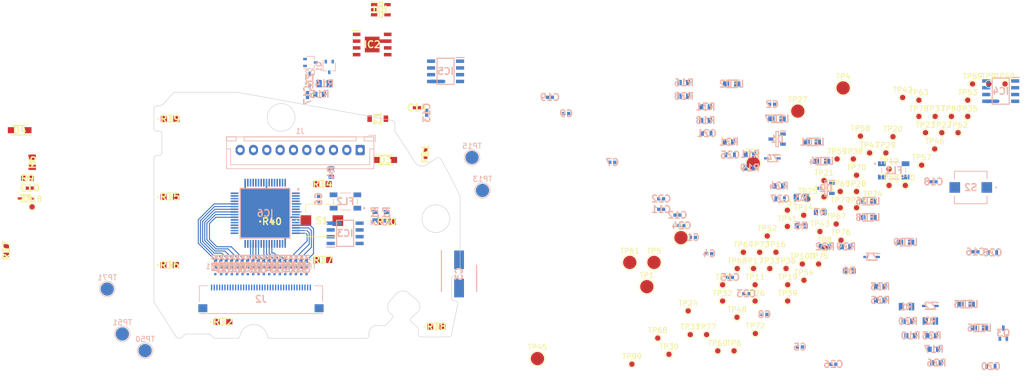
<source format=kicad_pcb>
(kicad_pcb (version 20211014) (generator pcbnew)
  (layers (0 "F.Cu" signal) (1 "In1.Cu" signal) (2 "In2.Cu" signal) (31 "B.Cu" signal) (34 "B.Paste" user) (35 "F.Paste" user) (36 "B.SilkS" user "B.Silkscreen") (37 "F.SilkS" user "F.Silkscreen") (38 "B.Mask" user) (39 "F.Mask" user) (44 "Edge.Cuts" user))
  (net 0 "")
  (net 1 "Net-(C11-Pad1)")
  (net 2 "Net-(C12-Pad2)")
  (net 3 "Net-(C1-Pad1)")
  (net 4 "Net-(C2-Pad2)")
  (net 5 "Net-(IC6-Pad45)")
  (net 6 "Net-(C20-Pad2)")
  (net 7 "Net-(IC6-Pad21)")
  (net 8 "Net-(IC6-Pad20)")
  (net 9 "+5V")
  (net 10 "+5VD")
  (net 11 "+BATT")
  (net 12 "Net-(D4-Pad1)")
  (net 13 "GND")
  (net 14 "Net-(J2-PadMP1)")
  (net 15 "Net-(IC6-Pad23)")
  (net 16 "Net-(IC6-Pad60)")
  (net 17 "Net-(IC6-Pad59)")
  (net 18 "Net-(IC6-Pad58)")
  (net 19 "Net-(C4-Pad1)")
  (net 20 "Net-(C7-Pad1)")
  (net 21 "Net-(C13-Pad2)")
  (net 22 "Net-(Q1-Pad3)")
  (net 23 "Net-(C10-Pad1)")
  (net 24 "Net-(IC3-Pad6)")
  (net 25 "Net-(IC3-Pad5)")
  (net 26 "Net-(IC3-Pad8)")
  (net 27 "Net-(IC3-Pad7)")
  (net 28 "Net-(C17-Pad1)")
  (net 29 "Net-(IC2-Pad4)")
  (net 30 "Net-(IC3-Pad3)")
  (net 31 "Net-(IC3-Pad2)")
  (net 32 "Net-(IC5-Pad1)")
  (net 33 "Net-(IC5-Pad2)")
  (net 34 "Net-(IC4-Pad4)")
  (net 35 "Net-(IC1-Pad4)")
  (net 36 "Net-(IC6-Pad6)")
  (net 37 "Net-(IC5-Pad4)")
  (net 38 "Net-(IC4-Pad2)")
  (net 39 "Net-(IC6-Pad7)")
  (net 40 "Net-(IC4-Pad3)")
  (net 41 "Net-(IC6-Pad19)")
  (net 42 "Net-(IC6-Pad2)")
  (net 43 "Net-(IC6-Pad3)")
  (net 44 "Net-(IC6-Pad4)")
  (net 45 "Net-(IC6-Pad9)")
  (net 46 "Net-(IC6-Pad12)")
  (net 47 "Net-(IC6-Pad18)")
  (net 48 "Net-(IC6-Pad64)")
  (net 49 "Net-(IC6-Pad63)")
  (net 50 "Net-(IC6-Pad62)")
  (net 51 "Net-(IC6-Pad55)")
  (net 52 "Net-(IC6-Pad54)")
  (net 53 "Net-(IC6-Pad53)")
  (net 54 "Net-(IC6-Pad52)")
  (net 55 "Net-(IC6-Pad61)")
  (net 56 "Net-(IC6-Pad51)")
  (net 57 "Net-(Q3-Pad1)")
  (net 58 "Net-(IC6-Pad32)")
  (net 59 "Net-(IC6-Pad38)")
  (net 60 "Net-(LED1-Pad1)")
  (net 61 "Net-(Q3-Pad3)")
  (net 62 "Net-(IC6-Pad37)")
  (net 63 "Net-(IC6-Pad36)")
  (net 64 "Net-(IC6-Pad31)")
  (net 65 "Net-(IC6-Pad35)")
  (net 66 "Net-(IC6-Pad46)")
  (net 67 "Net-(IC6-Pad34)")
  (net 68 "Net-(IC6-Pad33)")
  (net 69 "Net-(R31-Pad1)")
  (net 70 "Net-(LED2-Pad1)")
  (net 71 "Net-(LED3-Pad1)")
  (net 72 "Net-(LED4-Pad1)")
  (net 73 "Net-(LED5-Pad1)")
  (net 74 "Net-(LED6-Pad1)")
  (net 75 "Net-(LED7-Pad1)")
  (net 76 "Net-(LED8-Pad1)")
  (net 77 "Net-(IC6-Pad43)")
  (net 78 "Net-(IC6-Pad41)")
  (net 79 "Net-(IC6-Pad39)")
  (net 80 "Net-(IC6-Pad29)")
  (net 81 "Net-(IC6-Pad27)")
  (net 82 "Net-(IC6-Pad24)")
  (net 83 "Net-(IC6-Pad22)")
  (net 84 "Net-(IC6-Pad15)")
  (net 85 "Net-(IC6-Pad13)")
  (net 86 "Net-(IC6-Pad44)")
  (net 87 "Net-(IC6-Pad42)")
  (net 88 "Net-(IC6-Pad40)")
  (net 89 "Net-(IC6-Pad30)")
  (net 90 "Net-(IC6-Pad28)")
  (net 91 "Net-(IC6-Pad25)")
  (net 92 "Net-(IC6-Pad16)")
  (net 93 "Net-(IC6-Pad14)")
  (net 94 "Net-(LED9-Pad1)")
  (net 95 "Net-(J2-Pad34)")
  (net 96 "Net-(J2-Pad30)")
  (net 97 "Net-(J2-Pad26)")
  (net 98 "Net-(J2-Pad22)")
  (net 99 "Net-(J2-Pad18)")
  (net 100 "Net-(J2-Pad14)")
  (net 101 "Net-(J2-Pad10)")
  (net 102 "Net-(J2-Pad6)")
  (net 103 "Net-(J2-Pad2)")
  (net 104 "Net-(J2-Pad36)")
  (net 105 "Net-(J2-Pad32)")
  (net 106 "Net-(J2-Pad28)")
  (net 107 "Net-(J2-Pad24)")
  (net 108 "Net-(J2-Pad20)")
  (net 109 "Net-(J2-Pad16)")
  (net 110 "Net-(J2-Pad12)")
  (net 111 "Net-(J2-Pad8)")
  (net 112 "Net-(J2-Pad4)")
  (net 113 "Net-(J2-PadMP2)")
  (net 114 "Net-(Q1-Pad1)")
  (net 115 "Net-(D3-Pad2)")
  (net 116 "Net-(D4-Pad2)")
  (net 119 "Net-(C19-Pad1)")
  (net 120 "Net-(C15-Pad1)")
  (net 121 "Net-(IC4-Pad1)")
  (net 122 "Net-(D3-Pad1)")
  (net 125 "Net-(C8-Pad2)")
  (net 126 "Net-(J1-Pad7)")
  (net 127 "Net-(J1-Pad5)")
  (net 128 "Net-(J1-Pad6)")
  (footprint "SamacSys_Parts:SODFL3918X140N" (layer "F.Cu") (at 93.69 88.28 180)
    (fp_text reference "D4")
    (fp_text value "M1F60-6063" hide)
  )
  (footprint "TestPoint:TestPoint_Pad_D1.0mm" (layer "F.Cu") (at 271.4 85.7)
    (fp_text reference "TP35")
    (fp_text value "TestPoint")
  )
  (footprint "TestPoint:TestPoint_Pad_D2.5mm" (layer "F.Cu") (at 208.05 113.1)
    (fp_text reference "TP61")
    (fp_text value "TestPoint")
  )
  (footprint "SamacSys_Parts:KDZVTR36B" (layer "F.Cu") (at 160.814994 86.125 90)
    (fp_text reference "Z1")
    (fp_text value "KDZVTR36B" hide)
  )
  (footprint "TestPoint:TestPoint_Pad_D1.0mm" (layer "F.Cu") (at 213.3 127.3)
    (fp_text reference "TP68")
    (fp_text value "TestPoint")
  )
  (footprint "TestPoint:TestPoint_Pad_D1.0mm" (layer "F.Cu") (at 250.56 102.84)
    (fp_text reference "TP49")
    (fp_text value "TestPoint")
  )
  (footprint "TestPoint:TestPoint_Pad_D1.0mm" (layer "F.Cu") (at 266.54 88.75)
    (fp_text reference "TP22")
    (fp_text value "TestPoint")
  )
  (footprint "TestPoint:TestPoint_Pad_D1.0mm" (layer "F.Cu") (at 262.76 94.85)
    (fp_text reference "TP57")
    (fp_text value "TestPoint")
  )
  (footprint "TestPoint:TestPoint_Pad_D1.0mm" (layer "F.Cu") (at 257.39 89.5)
    (fp_text reference "TP20")
    (fp_text value "TestPoint")
  )
  (footprint "TestPoint:TestPoint_Pad_D1.0mm" (layer "F.Cu") (at 228.15 123.4)
    (fp_text reference "TP48")
    (fp_text value "TestPoint")
  )
  (footprint "SamacSys_Parts:RESC2012X65N" (layer "F.Cu") (at 96.03 94.3 -90)
    (fp_text reference "R6")
    (fp_text value "RMC1/10K683FTP83" hide)
  )
  (footprint "TestPoint:TestPoint_Pad_D1.0mm" (layer "F.Cu") (at 265.21 91.8)
    (fp_text reference "TP46")
    (fp_text value "TestPoint")
  )
  (footprint "SamacSys_Parts:ERJ6ENF1000V" (layer "F.Cu") (at 140.975 105.42)
    (fp_text reference "R40")
    (fp_text value "ERJ-6ENF1502V" hide)
  )
  (footprint "TestPoint:TestPoint_Pad_D1.0mm" (layer "F.Cu") (at 237.35 114.24)
    (fp_text reference "TP36")
    (fp_text value "TestPoint")
  )
  (footprint "TestPoint:TestPoint_Pad_D1.0mm" (layer "F.Cu") (at 233.82 108.14)
    (fp_text reference "TP52")
    (fp_text value "TestPoint")
  )
  (footprint "SamacSys_Parts:SODFL3918X140N" (layer "F.Cu") (at 162.219994 93.87)
    (fp_text reference "D3")
    (fp_text value "M1F60-6063" hide)
  )
  (footprint "TestPoint:TestPoint_Pad_D1.0mm" (layer "F.Cu") (at 272.3 79.6)
    (fp_text reference "TP69")
    (fp_text value "TestPoint")
  )
  (footprint "TestPoint:TestPoint_Pad_D1.0mm" (layer "F.Cu") (at 240.7 116.45)
    (fp_text reference "TP54")
    (fp_text value "TestPoint")
  )
  (footprint "TestPoint:TestPoint_Pad_D1.0mm" (layer "F.Cu") (at 243.45 113.4)
    (fp_text reference "TP75")
    (fp_text value "TestPoint")
  )
  (footprint "TestPoint:TestPoint_Pad_D1.0mm" (layer "F.Cu") (at 269.59 88.75)
    (fp_text reference "TP62")
    (fp_text value "TestPoint")
  )
  (footprint "TestPoint:TestPoint_Pad_D1.0mm" (layer "F.Cu") (at 228.2 114.25)
    (fp_text reference "TP66")
    (fp_text value "TestPoint")
  )
  (footprint "TestPoint:TestPoint_Pad_D1.0mm" (layer "F.Cu") (at 224.55 129.7)
    (fp_text reference "TP60")
    (fp_text value "TestPoint")
  )
  (footprint "TestPoint:TestPoint_Pad_D1.0mm" (layer "F.Cu") (at 225.45 117.3)
    (fp_text reference "TP7")
    (fp_text value "TestPoint")
  )
  (footprint "TestPoint:TestPoint_Pad_D1.0mm" (layer "F.Cu") (at 96.02 102.67)
    (fp_text reference "TP18")
    (fp_text value "TestPoint")
  )
  (footprint "TestPoint:TestPoint_Pad_D1.0mm" (layer "F.Cu") (at 244.6 110.35)
    (fp_text reference "TP8")
    (fp_text value "TestPoint")
  )
  (footprint "TestPoint:TestPoint_Pad_D1.0mm" (layer "F.Cu") (at 278.4 79.6)
    (fp_text reference "TP40")
    (fp_text value "TestPoint")
  )
  (footprint "SamacSys_Parts:ERJ6ENF1000V" (layer "F.Cu") (at 171.805 125.16)
    (fp_text reference "R38")
    (fp_text value "ERJ-6ENF1502V" hide)
  )
  (footprint "TestPoint:TestPoint_Pad_D1.0mm" (layer "F.Cu") (at 227.6 129.7)
    (fp_text reference "TP6")
    (fp_text value "TestPoint")
  )
  (footprint "TestPoint:TestPoint_Pad_D1.0mm" (layer "F.Cu") (at 265.3 85.7)
    (fp_text reference "TP37")
    (fp_text value "TestPoint")
  )
  (footprint "TestPoint:TestPoint_Pad_D1.0mm" (layer "F.Cu") (at 247.51 102.84)
    (fp_text reference "TP79")
    (fp_text value "TestPoint")
  )
  (footprint "TestPoint:TestPoint_Pad_D1.0mm" (layer "F.Cu") (at 275.35 79.6)
    (fp_text reference "TP9")
    (fp_text value "TestPoint")
  )
  (footprint "SamacSys_Parts:SOIC127P620X160-9N" (layer "F.Cu") (at 159.765004 72.199996)
    (fp_text reference "IC2")
    (fp_text value "R5112S121B-E2-KE" hide)
  )
  (footprint "TestPoint:TestPoint_Pad_D1.0mm" (layer "F.Cu") (at 219 122.2)
    (fp_text reference "TP24")
    (fp_text value "TestPoint")
  )
  (footprint "SamacSys_Parts:ERJ6ENF1000V" (layer "F.Cu") (at 131.805 124.26)
    (fp_text reference "R32")
    (fp_text value "ERJ-6ENF1502V" hide)
  )
  (footprint "TestPoint:TestPoint_Pad_D1.0mm" (layer "F.Cu") (at 234.3 114.25)
    (fp_text reference "TP33")
    (fp_text value "TestPoint")
  )
  (footprint "TestPoint:TestPoint_Pad_D1.0mm" (layer "F.Cu") (at 262.25 82.65)
    (fp_text reference "TP63")
    (fp_text value "TestPoint")
  )
  (footprint "TestPoint:TestPoint_Pad_D1.0mm" (layer "F.Cu") (at 262.25 85.7)
    (fp_text reference "TP78")
    (fp_text value "TestPoint")
  )
  (footprint "SamacSys_Parts:SODFL2512X90N" (layer "F.Cu") (at 94.88 101.095 180)
    (fp_text reference "Z5")
    (fp_text value "UDZVFHTE5.6B" hide)
  )
  (footprint "TestPoint:TestPoint_Pad_D1.0mm" (layer "F.Cu") (at 253.61 101.7)
    (fp_text reference "TP74")
    (fp_text value "TestPoint")
  )
  (footprint "TestPoint:TestPoint_Pad_D2.5mm" (layer "F.Cu") (at 190.75 131.15)
    (fp_text reference "TP45")
    (fp_text value "TestPoint")
  )
  (footprint "TestPoint:TestPoint_Pad_D2.5mm" (layer "F.Cu") (at 211.25 117.65)
    (fp_text reference "TP1")
    (fp_text value "TestPoint")
  )
  (footprint "TestPoint:TestPoint_Pad_D1.0mm" (layer "F.Cu") (at 243.7 107.3)
    (fp_text reference "TP43")
    (fp_text value "TestPoint")
  )
  (footprint "TestPoint:TestPoint_Pad_D1.0mm" (layer "F.Cu") (at 235.45 111.19)
    (fp_text reference "TP16")
    (fp_text value "TestPoint")
  )
  (footprint "TestPoint:TestPoint_Pad_D1.0mm" (layer "F.Cu") (at 231.25 114.25)
    (fp_text reference "TP17")
    (fp_text value "TestPoint")
  )
  (footprint "TestPoint:TestPoint_Pad_D1.0mm" (layer "F.Cu") (at 219.4 126.65)
    (fp_text reference "TP31")
    (fp_text value "TestPoint")
  )
  (footprint "TestPoint:TestPoint_Pad_D1.0mm" (layer "F.Cu") (at 271.4 82.65)
    (fp_text reference "TP53")
    (fp_text value "TestPoint")
  )
  (footprint "TestPoint:TestPoint_Pad_D1.0mm" (layer "F.Cu") (at 263.49 88.75)
    (fp_text reference "TP23")
    (fp_text value "TestPoint")
  )
  (footprint "SamacSys_Parts:CAPC1005X55N" (layer "F.Cu") (at 95.59 99.15 180)
    (fp_text reference "C10")
    (fp_text value "GRM155R71C104KA88D" hide)
  )
  (footprint "TestPoint:TestPoint_Pad_D1.0mm" (layer "F.Cu") (at 250.56 99.79)
    (fp_text reference "TP28")
    (fp_text value "TestPoint")
  )
  (footprint "TestPoint:TestPoint_Pad_D1.0mm" (layer "F.Cu") (at 237.6 103.3)
    (fp_text reference "TP34")
    (fp_text value "TestPoint")
  )
  (footprint "TestPoint:TestPoint_Pad_D1.0mm" (layer "F.Cu") (at 225.45 120.35)
    (fp_text reference "TP32")
    (fp_text value "TestPoint")
  )
  (footprint "SamacSys_Parts:BLM18EG121SH1D" (layer "F.Cu") (at 169.764994 92.7 -90)
    (fp_text reference "FB1")
    (fp_text value "BLM18KG601SZ1D" hide)
  )
  (footprint "SamacSys_Parts:ERJ6ENF1000V" (layer "F.Cu") (at 121.795 113.61)
    (fp_text reference "R36")
    (fp_text value "ERJ-6ENF1502V" hide)
  )
  (footprint "TestPoint:TestPoint_Pad_D1.0mm" (layer "F.Cu") (at 251.29 89.4)
    (fp_text reference "TP58")
    (fp_text value "TestPoint")
  )
  (footprint "TestPoint:TestPoint_Pad_D1.0mm" (layer "F.Cu") (at 247.51 99.79)
    (fp_text reference "TP65")
    (fp_text value "TestPoint")
  )
  (footprint "TestPoint:TestPoint_Pad_D1.0mm" (layer "F.Cu") (at 237.6 106.35)
    (fp_text reference "TP41")
    (fp_text value "TestPoint")
  )
  (footprint "TestPoint:TestPoint_Pad_D1.0mm" (layer "F.Cu") (at 256.06 92.55)
    (fp_text reference "TP29")
    (fp_text value "TestPoint")
  )
  (footprint "SamacSys_Parts:ERJ6ENF1000V" (layer "F.Cu") (at 121.895 86.18)
    (fp_text reference "R39")
    (fp_text value "ERJ-6ENF1502V" hide)
  )
  (footprint "TestPoint:TestPoint_Pad_D1.0mm" (layer "F.Cu") (at 237.65 120.34)
    (fp_text reference "TP39")
    (fp_text value "TestPoint")
  )
  (footprint "SamacSys_Parts:CAPC1005X55N" (layer "F.Cu") (at 168.15 84.06)
    (fp_text reference "C14")
    (fp_text value "GCM155R71H104KE02D" hide)
  )
  (footprint "TestPoint:TestPoint_Pad_D1.0mm" (layer "F.Cu") (at 208.45 132.2)
    (fp_text reference "TP99")
    (fp_text value "TestPoint")
  )
  (footprint "SamacSys_Parts:SOT95P275X130-5N" (layer "F.Cu") (at 161.39 65.67)
    (fp_text reference "IC1")
    (fp_text value "S-19212D50A-M5T1U" hide)
  )
  (footprint "TestPoint:TestPoint_Pad_D1.0mm" (layer "F.Cu") (at 215.4 130.35)
    (fp_text reference "TP30")
    (fp_text value "TestPoint")
  )
  (footprint "TestPoint:TestPoint_Pad_D1.0mm" (layer "F.Cu") (at 244.46 97.74)
    (fp_text reference "TP21")
    (fp_text value "TestPoint")
  )
  (footprint "TestPoint:TestPoint_Pad_D1.0mm" (layer "F.Cu") (at 231.55 120.35)
    (fp_text reference "TP26")
    (fp_text value "TestPoint")
  )
  (footprint "TestPoint:TestPoint_Pad_D1.0mm" (layer "F.Cu") (at 246.91 93.69)
    (fp_text reference "TP59")
    (fp_text value "TestPoint")
  )
  (footprint "TestPoint:TestPoint_Pad_D2.5mm" (layer "F.Cu") (at 248.05 80.35)
    (fp_text reference "TP4")
    (fp_text value "TestPoint")
  )
  (footprint "TestPoint:TestPoint_Pad_D2.5mm" (layer "F.Cu") (at 231.2 94.5)
    (fp_text reference "TP3")
    (fp_text value "TestPoint")
  )
  (footprint "TestPoint:TestPoint_Pad_D1.0mm" (layer "F.Cu") (at 222.45 126.65)
    (fp_text reference "TP77")
    (fp_text value "TestPoint")
  )
  (footprint "TestPoint:TestPoint_Pad_D1.0mm" (layer "F.Cu") (at 232.4 111.2)
    (fp_text reference "TP73")
    (fp_text value "TestPoint")
  )
  (footprint "TestPoint:TestPoint_Pad_D1.0mm" (layer "F.Cu") (at 247.65 108.94)
    (fp_text reference "TP76")
    (fp_text value "TestPoint")
  )
  (footprint "TestPoint:TestPoint_Pad_D1.0mm" (layer "F.Cu") (at 256.66 98.65)
    (fp_text reference "TP56")
    (fp_text value "TestPoint")
  )
  (footprint "SamacSys_Parts:ERJ6ENF1000V" (layer "F.Cu") (at 121.845 100.79)
    (fp_text reference "R35")
    (fp_text value "ERJ-6ENF1502V" hide)
  )
  (footprint "TestPoint:TestPoint_Pad_D1.0mm" (layer "F.Cu") (at 249.96 93.69)
    (fp_text reference "TP38")
    (fp_text value "TestPoint")
  )
  (footprint "SamacSys_Parts:ERJ6ENF1000V" (layer "F.Cu") (at 150.435 98.4)
    (fp_text reference "R34")
    (fp_text value "ERJ-6ENF1502V" hide)
  )
  (footprint "TestPoint:TestPoint_Pad_D2.5mm" (layer "F.Cu") (at 217.65 108.45)
    (fp_text reference "TP2")
    (fp_text value "TestPoint")
  )
  (footprint "TestPoint:TestPoint_Pad_D1.0mm" (layer "F.Cu") (at 229.35 111.2)
    (fp_text reference "TP64")
    (fp_text value "TestPoint")
  )
  (footprint "TestPoint:TestPoint_Pad_D1.0mm" (layer "F.Cu") (at 259.71 98.65)
    (fp_text reference "TP10")
    (fp_text value "TestPoint")
  )
  (footprint "SamacSys_Parts:ERJ6ENF1000V" (layer "F.Cu") (at 162.465 105.48)
    (fp_text reference "R30")
    (fp_text value "ERJ-6ENF1502V" hide)
  )
  (footprint "TestPoint:TestPoint_Pad_D1.0mm" (layer "F.Cu") (at 253.01 92.55)
    (fp_text reference "TP47")
    (fp_text value "TestPoint")
  )
  (footprint "TestPoint:TestPoint_Pad_D1.0mm" (layer "F.Cu") (at 231.6 126.45)
    (fp_text reference "TP72")
    (fp_text value "TestPoint")
  )
  (footprint "SamacSys_Parts:RESC1608X55N" (layer "F.Cu") (at 91.19 110.87 -90)
    (fp_text reference "R27")
    (fp_text value "RMC16K270FTP" hide)
  )
  (footprint "TestPoint:TestPoint_Pad_D1.0mm" (layer "F.Cu") (at 268.35 85.7)
    (fp_text reference "TP80")
    (fp_text value "TestPoint")
  )
  (footprint "TestPoint:TestPoint_Pad_D2.5mm" (layer "F.Cu") (at 212.6 113.1)
    (fp_text reference "TP5")
    (fp_text value "TestPoint")
  )
  (footprint "TestPoint:TestPoint_Pad_D1.0mm" (layer "F.Cu") (at 237.65 117.29)
    (fp_text reference "TP19")
    (fp_text value "TestPoint")
  )
  (footprint "TestPoint:TestPoint_Pad_D1.0mm" (layer "F.Cu") (at 250.56 96.74)
    (fp_text reference "TP70")
    (fp_text value "TestPoint")
  )
  (footprint "TestPoint:TestPoint_Pad_D1.0mm" (layer "F.Cu") (at 244.46 100.79)
    (fp_text reference "TP55")
    (fp_text value "TestPoint")
  )
  (footprint "SamacSys_Parts:ERJ6ENF1000V" (layer "F.Cu") (at 150.535 112.65)
    (fp_text reference "R37")
    (fp_text value "ERJ-6ENF1502V" hide)
  )
  (footprint "SamacSys_Parts:SKTRAEE010" (layer "F.Cu") (at 150.335 105.255)
    (fp_text reference "S1")
    (fp_text value "SKTRAEE010" hide)
  )
  (footprint "TestPoint:TestPoint_Pad_D1.0mm" (layer "F.Cu") (at 246.75 105.89)
    (fp_text reference "TP67")
    (fp_text value "TestPoint")
  )
  (footprint "TestPoint:TestPoint_Pad_D1.0mm" (layer "F.Cu") (at 259.2 82.15)
    (fp_text reference "TP42")
    (fp_text value "TestPoint")
  )
  (footprint "TestPoint:TestPoint_Pad_D1.0mm" (layer "F.Cu") (at 240.65 104.25)
    (fp_text reference "TP14")
    (fp_text value "TestPoint")
  )
  (footprint "TestPoint:TestPoint_Pad_D1.0mm" (layer "F.Cu") (at 256.66 95.6)
    (fp_text reference "TP12")
    (fp_text value "TestPoint")
  )
  (footprint "TestPoint:TestPoint_Pad_D2.5mm" (layer "F.Cu") (at 239.55 84.7)
    (fp_text reference "TP27")
    (fp_text value "TestPoint")
  )
  (footprint "TestPoint:TestPoint_Pad_D1.0mm" (layer "F.Cu") (at 241.41 101.2)
    (fp_text reference "TP25")
    (fp_text value "TestPoint")
  )
  (footprint "SamacSys_Parts:RESC1608X55N" (layer "F.Cu") (at 95.16 97.32)
    (fp_text reference "R9")
    (fp_text value "RMC1/16SK103FTH43" hide)
  )
  (footprint "TestPoint:TestPoint_Pad_D1.0mm" (layer "F.Cu") (at 231.55 117.3)
    (fp_text reference "TP11")
    (fp_text value "TestPoint")
  )
  (footprint "TestPoint:TestPoint_Pad_D1.0mm" (layer "F.Cu") (at 240.4 113.4)
    (fp_text reference "TP100")
    (fp_text value "TestPoint")
  )
  (footprint "SamacSys_Parts:CAPC1005X55N" (layer "B.Cu") (at 246.218334 132.21 180)
    (fp_text reference "C26")
    (fp_text value "GCM155R71H104KE02D" hide)
  )
  (footprint "SamacSys_Parts:TestPoint_Pad_D0.5mm" (layer "B.Cu") (at 135.46 115.3 180)
    (fp_text reference "TP86")
    (fp_text value "TestPoint")
  )
  (footprint "SamacSys_Parts:RESC1005X40N" (layer "B.Cu") (at 135.415 113.35 -90)
    (fp_text reference "R46")
    (fp_text value "ERJ-2GEJ561X" hide)
  )
  (footprint "SamacSys_Parts:CAPC1005X55N" (layer "B.Cu") (at 169.979994 85.01 90)
    (fp_text reference "C13")
    (fp_text value "GCM155R71H104KE02D" hide)
  )
  (footprint "SamacSys_Parts:TestPoint_Pad_D0.5mm" (layer "B.Cu") (at 137.46 115.3 180)
    (fp_text reference "TP88")
    (fp_text value "TestPoint")
  )
  (footprint "SamacSys_Parts:CAPC1005X55N" (layer "B.Cu") (at 234.738334 83.41 180)
    (fp_text reference "C2")
    (fp_text value "GCM155R71H104KE02D" hide)
  )
  (footprint "SamacSys_Parts:RESC1608X55N" (layer "B.Cu") (at 260.198334 124.15 180)
    (fp_text reference "R20")
    (fp_text value "RMC16K102FTP" hide)
  )
  (footprint "SamacSys_Parts:RESC1608X55N" (layer "B.Cu") (at 254.998334 120.2 180)
    (fp_text reference "R25")
    (fp_text value "RMC16K270FTP" hide)
  )
  (footprint "SamacSys_Parts:CAPC1005X55N" (layer "B.Cu") (at 229.888334 118.96 180)
    (fp_text reference "C23")
    (fp_text value "GCM155R71H104KE02D" hide)
  )
  (footprint "SamacSys_Parts:SSM3K7002CFULF" (layer "B.Cu") (at 278.073334 126.375 180)
    (fp_text reference "Q3")
    (fp_text value "SSM3K7002KFU,LF" hide)
  )
  (footprint "SamacSys_Parts:CAPC1005X55N" (layer "B.Cu") (at 219.888334 108.4 180)
    (fp_text reference "C1")
    (fp_text value "GCM155R71H104KE02D" hide)
  )
  (footprint "SamacSys_Parts:RESC1005X40N" (layer "B.Cu") (at 134.415 113.35 -90)
    (fp_text reference "R45")
    (fp_text value "ERJ-2GEJ561X" hide)
  )
  (footprint "SamacSys_Parts:RESC2012X65N" (layer "B.Cu") (at 264.398334 124.1 180)
    (fp_text reference "R2")
    (fp_text value "RMC1/10K683FTP83" hide)
  )
  (footprint "SamacSys_Parts:LEDM2214X140N" (layer "B.Cu") (at 271.098334 120.95 180)
    (fp_text reference "LED3")
    (fp_text value "VLMR233T2V2-GS08" hide)
  )
  (footprint "SamacSys_Parts:RESC1608X55N" (layer "B.Cu") (at 244.648334 110.15 180)
    (fp_text reference "R22")
    (fp_text value "RMC16K270FTP" hide)
  )
  (footprint "SamacSys_Parts:CAPC1005X55N" (layer "B.Cu") (at 226.838334 115.91 180)
    (fp_text reference "C15")
    (fp_text value "GCM155R71H104KE02D" hide)
  )
  (footprint "SamacSys_Parts:CAPC1005X55N" (layer "B.Cu") (at 196.138334 85.16 180)
    (fp_text reference "C9")
    (fp_text value "GCM155R71H104KE02D" hide)
  )
  (footprint "SamacSys_Parts:SOIC127P600X175-8N" (layer "B.Cu") (at 277.583334 80.95 180)
    (fp_text reference "IC4")
    (fp_text value "SN65LBC176QDRG4Q1" hide)
  )
  (footprint "SamacSys_Parts:SOIC127P600X175-8N" (layer "B.Cu") (at 173.525 77.23 180)
    (fp_text reference "IC5")
    (fp_text value "SN65LBC176QDRG4Q1" hide)
  )
  (footprint "SamacSys_Parts:LEDM2214X140N" (layer "B.Cu") (at 259.748334 109.3 180)
    (fp_text reference "LED9")
    (fp_text value "VLMR233T2V2-GS08" hide)
  )
  (footprint "TestPoint:TestPoint_Pad_D2.5mm" (layer "B.Cu") (at 117.2 129.66 180)
    (fp_text reference "TP50")
    (fp_text value "TestPoint")
  )
  (footprint "SamacSys_Parts:RESC1608X55N" (layer "B.Cu") (at 264.648334 126.85 180)
    (fp_text reference "R23")
    (fp_text value "RMC16K270FTP" hide)
  )
  (footprint "SamacSys_Parts:RESC1005X40N" (layer "B.Cu") (at 136.415 113.35 -90)
    (fp_text reference "R47")
    (fp_text value "ERJ-2GEJ561X" hide)
  )
  (footprint "SamacSys_Parts:LEDM2214X140N" (layer "B.Cu") (at 227.148334 79.6 180)
    (fp_text reference "LED2")
    (fp_text value "VLMR233T2V2-GS08" hide)
  )
  (footprint "SamacSys_Parts:RESC1608X55N" (layer "B.Cu") (at 222.248334 83.9 180)
    (fp_text reference "R31")
    (fp_text value "RMC1/16SK103FTH43" hide)
  )
  (footprint "SamacSys_Parts:CAPC1608X90N" (layer "B.Cu") (at 226.858334 92.92 180)
    (fp_text reference "C25")
    (fp_text value "CGA3E2X5R1A105M080AA" hide)
  )
  (footprint "SamacSys_Parts:RESC1608X55N" (layer "B.Cu") (at 218.198334 79.35 180)
    (fp_text reference "R16")
    (fp_text value "RMC16K270FTP" hide)
  )
  (footprint "SamacSys_Parts:TestPoint_Pad_D0.5mm" (layer "B.Cu") (at 147.46 115.3 180)
    (fp_text reference "TP97")
    (fp_text value "TestPoint")
  )
  (footprint "SamacSys_Parts:RESC1608X55N" (layer "B.Cu") (at 249.198334 114.7 180)
    (fp_text reference "R8")
    (fp_text value "RMC1/16SK60R4FTH" hide)
  )
  (footprint "TestPoint:TestPoint_Pad_D2.5mm" (layer "B.Cu") (at 110.1 118.1 180)
    (fp_text reference "TP71")
    (fp_text value "TestPoint")
  )
  (footprint "SamacSys_Parts:CAPC1005X55N" (layer "B.Cu") (at 272.848334 111.11 180)
    (fp_text reference "C16")
    (fp_text value "GCM155R71H104KE02D" hide)
  )
  (footprint "SamacSys_Parts:RESC1005X40N" (layer "B.Cu") (at 144.415 113.35 -90)
    (fp_text reference "R55")
    (fp_text value "ERJ-2GEJ561X" hide)
  )
  (footprint "SamacSys_Parts:TestPoint_Pad_D0.5mm" (layer "B.Cu") (at 140.46 115.3 180)
    (fp_text reference "TP91")
    (fp_text value "TestPoint")
  )
  (footprint "SamacSys_Parts:RESC1608X55N" (layer "B.Cu") (at 160.31 104.42 -90)
    (fp_text reference "R13")
    (fp_text value "RMC16K270FTP" hide)
  )
  (footprint "SamacSys_Parts:DLW43SH110XK2K" (layer "B.Cu") (at 154.753334 101.665)
    (fp_text reference "FL2")
    (fp_text value "DLW43SH510XK2L" hide)
  )
  (footprint "SamacSys_Parts:SOT95P230X110-3N" (layer "B.Cu") (at 244.833334 99.2 180)
    (fp_text reference "D2")
    (fp_text value "PESD5V0L2BT,215" hide)
  )
  (footprint "SamacSys_Parts:CAPC1608X90N" (layer "B.Cu") (at 275.728334 132.62 180)
    (fp_text reference "C20")
    (fp_text value "CL10B104JB8NNNC" hide)
  )
  (footprint "SamacSys_Parts:RESC1608X55N" (layer "B.Cu") (at 265.048334 129.4 180)
    (fp_text reference "R17")
    (fp_text value "RMC16K270FTP" hide)
  )
  (footprint "SamacSys_Parts:RESC1608X55N" (layer "B.Cu") (at 248.598334 110.15 180)
    (fp_text reference "R29")
    (fp_text value "RMC1/16SK103FTH43" hide)
  )
  (footprint "SamacSys_Parts:LEDM2214X140N" (layer "B.Cu") (at 252.698334 104.65 180)
    (fp_text reference "LED8")
    (fp_text value "VLMR233T2V2-GS08" hide)
  )
  (footprint "SamacSys_Parts:CAPC1005X55N" (layer "B.Cu") (at 193.088334 82.11 180)
    (fp_text reference "C19")
    (fp_text value "GCM155L81E103KA37D" hide)
  )
  (footprint "SamacSys_Parts:RESC1005X40N" (layer "B.Cu") (at 132.415 113.35 -90)
    (fp_text reference "R43")
    (fp_text value "ERJ-2GEJ561X" hide)
  )
  (footprint "SamacSys_Parts:TestPoint_Pad_D0.5mm" (layer "B.Cu") (at 143.46 115.3 180)
    (fp_text reference "TP94")
    (fp_text value "TestPoint")
  )
  (footprint "SamacSys_Parts:CAPC1608X90N" (layer "B.Cu") (at 236.238334 101.17 180)
    (fp_text reference "C27")
    (fp_text value "CGA3E2X5R1A105M080AA" hide)
  )
  (footprint "TestPoint:TestPoint_Pad_D2.5mm" (layer "B.Cu") (at 178.48 93.4 180)
    (fp_text reference "TP15")
    (fp_text value "TestPoint")
  )
  (footprint "SamacSys_Parts:LEDM2214X140N" (layer "B.Cu") (at 243.998334 94.1 180)
    (fp_text reference "LED4")
    (fp_text value "VLMR233T2V2-GS08" hide)
  )
  (footprint "SamacSys_Parts:TestPoint_Pad_D0.5mm" (layer "B.Cu") (at 131.46 115.3 180)
    (fp_text reference "TP82")
    (fp_text value "TestPoint")
  )
  (footprint "SamacSys_Parts:QFP50P1200X1200X160-64N" (layer "B.Cu") (at 139.71 103.87 180)
    (fp_text reference "IC6")
    (fp_text value "CY8C4146AZI-S455" hide)
  )
  (footprint "SamacSys_Parts:RESC1005X40N" (layer "B.Cu") (at 133.415 113.35 -90)
    (fp_text reference "R44")
    (fp_text value "ERJ-2GEJ561X" hide)
  )
  (footprint "SamacSys_Parts:SODFL2512X90N" (layer "B.Cu") (at 148.03 78.845 90)
    (fp_text reference "Z6")
    (fp_text value "UDZVFHTE5.6B" hide)
  )
  (footprint "SamacSys_Parts:RESC1608X55N" (layer "B.Cu") (at 254.998334 117.65 180)
    (fp_text reference "R33")
    (fp_text value "RMC1/16SK103FTH43" hide)
  )
  (footprint "SamacSys_Parts:CAPC1005X55N" (layer "B.Cu") (at 233.288334 122.86 180)
    (fp_text reference "C8")
    (fp_text value "GCM155R71H104KE02D" hide)
  )
  (footprint "SamacSys_Parts:SODFL2512X90N" (layer "B.Cu") (at 264.388334 121.275 180)
    (fp_text reference "Z2")
    (fp_text value "UDZVFHTE5.6B" hide)
  )
  (footprint "Package_TO_SOT_SMD:SOT-323_SC-70" (layer "B.Cu") (at 151.72 76.41 -90)
    (fp_text reference "Q1")
    (fp_text value "BC807W")
  )
  (footprint "SamacSys_Parts:RESC2012X65N" (layer "B.Cu") (at 150.77 79.54 180)
    (fp_text reference "R14")
    (fp_text value "RMC1/10K683FTP83" hide)
  )
  (footprint "SamacSys_Parts:TestPoint_Pad_D0.5mm" (layer "B.Cu") (at 130.36 115.3 180)
    (fp_text reference "TP81")
    (fp_text value "TestPoint")
  )
  (footprint "SamacSys_Parts:CAPC1608X90N" (layer "B.Cu") (at 276.028334 111.27 180)
    (fp_text reference "C28")
    (fp_text value "CGA3E2X5R1A105M080AA" hide)
  )
  (footprint "SamacSys_Parts:SOT95P230X110-3N" (layer "B.Cu") (at 235.673334 89.95 180)
    (fp_text reference "D1")
    (fp_text value "PESD5V0L2BT,215" hide)
  )
  (footprint "SamacSys_Parts:TestPoint_Pad_D0.5mm" (layer "B.Cu") (at 139.46 115.3 180)
    (fp_text reference "TP90")
    (fp_text value "TestPoint")
  )
  (footprint "SamacSys_Parts:XF2M38151AR100" (layer "B.Cu") (at 138.919994 120.1 180)
    (fp_text reference "J2")
    (fp_text value "XF2M-3815-1A-R100" hide)
  )
  (footprint "SamacSys_Parts:RESC2012X65N" (layer "B.Cu") (at 240.208334 100.95 180)
    (fp_text reference "R3")
    (fp_text value "RMC1/10K683FTP83" hide)
  )
  (footprint "SamacSys_Parts:RESC1608X55N" (layer "B.Cu") (at 162.468334 104.45 -90)
    (fp_text reference "R12")
    (fp_text value "RMC16K270FTP" hide)
  )
  (footprint "SamacSys_Parts:TestPoint_Pad_D0.5mm" (layer "B.Cu") (at 142.46 115.3 180)
    (fp_text reference "TP93")
    (fp_text value "TestPoint")
  )
  (footprint "SamacSys_Parts:TestPoint_Pad_D0.5mm" (layer "B.Cu") (at 145.46 115.3 180)
    (fp_text reference "TP96")
    (fp_text value "TestPoint")
  )
  (footprint "TestPoint:TestPoint_Pad_D2.5mm" (layer "B.Cu") (at 112.93 126.53 180)
    (fp_text reference "TP51")
    (fp_text value "TestPoint")
  )
  (footprint "Package_TO_SOT_SMD:SOT-323_SC-70" (layer "B.Cu") (at 148.18 75.57)
    (fp_text reference "Q2")
    (fp_text value "BC848W")
  )
  (footprint "SamacSys_Parts:RESC1005X40N" (layer "B.Cu") (at 142.415 113.35 -90)
    (fp_text reference "R53")
    (fp_text value "ERJ-2GEJ561X" hide)
  )
  (footprint "SamacSys_Parts:RESC1005X40N" (layer "B.Cu") (at 145.415 113.35 -90)
    (fp_text reference "R56")
    (fp_text value "ERJ-2GEJ561X" hide)
  )
  (footprint "SamacSys_Parts:CAPC1005X55N" (layer "B.Cu") (at 147.64 81.69 -90)
    (fp_text reference "C17")
    (fp_text value "GRM155R71C104KA88D" hide)
  )
  (footprint "SamacSys_Parts:LEDM2214X140N" (layer "B.Cu") (at 242.248334 90.5 180)
    (fp_text reference "LED1")
    (fp_text value "VLMR233T2V2-GS08" hide)
  )
  (footprint "SamacSys_Parts:SODFL2512X90N" (layer "B.Cu") (at 234.788334 93.575 180)
    (fp_text reference "Z4")
    (fp_text value "UDZVFHTE5.6B" hide)
  )
  (footprint "SamacSys_Parts:SKTRAEE010" (layer "B.Cu") (at 271.973334 99.025 180)
    (fp_text reference "S2")
    (fp_text value "SKTRAEE010" hide)
  )
  (footprint "SamacSys_Parts:LEDM2214X140N" (layer "B.Cu") (at 235.648334 86.15 180)
    (fp_text reference "LED7")
    (fp_text value "VLMR233T2V2-GS08" hide)
  )
  (footprint "SamacSys_Parts:LEDM2214X140N" (layer "B.Cu") (at 273.598334 125.4 180)
    (fp_text reference "LED5")
    (fp_text value "VLMR233T2V2-GS08" hide)
  )
  (footprint "SamacSys_Parts:CAPC1005X55N" (layer "B.Cu") (at 239.938334 128.96 180)
    (fp_text reference "C5")
    (fp_text value "GCM155R71H104KE02D" hide)
  )
  (footprint "SamacSys_Parts:RESC1005X40N" (layer "B.Cu") (at 138.415 113.35 -90)
    (fp_text reference "R49")
    (fp_text value "ERJ-2GEJ561X" hide)
  )
  (footprint "SamacSys_Parts:RESC1005X40N" (layer "B.Cu") (at 139.415 113.35 -90)
    (fp_text reference "R50")
    (fp_text value "ERJ-2GEJ561X" hide)
  )
  (footprint "SamacSys_Parts:RESC1608X55N" (layer "B.Cu") (at 222.248334 86.45 180)
    (fp_text reference "R18")
    (fp_text value "RMC16K270FTP" hide)
  )
  (footprint "SamacSys_Parts:RESC1608X55N" (layer "B.Cu") (at 265.548334 131.95 180)
    (fp_text reference "R26")
    (fp_text value "RMC16K270FTP" hide)
  )
  (footprint "SamacSys_Parts:TestPoint_Pad_D0.5mm" (layer "B.Cu") (at 132.45 115.3 180)
    (fp_text reference "TP83")
    (fp_text value "TestPoint")
  )
  (footprint "SamacSys_Parts:RESC1005X40N" (layer "B.Cu") (at 137.415 113.35 -90)
    (fp_text reference "R48")
    (fp_text value "ERJ-2GEJ561X" hide)
  )
  (footprint "SamacSys_Parts:SOIC127P600X175-8N" (layer "B.Cu") (at 154.695 107.64)
    (fp_text reference "IC3")
    (fp_text value "SN65LBC179AD" hide)
  )
  (footprint "SamacSys_Parts:TestPoint_Pad_D0.5mm" (layer "B.Cu") (at 133.46 115.3 180)
    (fp_text reference "TP84")
    (fp_text value "TestPoint")
  )
  (footprint "SamacSys_Parts:CAPC1005X55N" (layer "B.Cu") (at 216.978334 104.21 180)
    (fp_text reference "C12")
    (fp_text value "GCM155R71H104KE02D" hide)
  )
  (footprint "SamacSys_Parts:RESC1608X55N" (layer "B.Cu") (at 226.628334 90.5 180)
    (fp_text reference "R21")
    (fp_text value "RMC16K270FTP" hide)
  )
  (footprint "SamacSys_Parts:CAPC1005X55N" (layer "B.Cu") (at 264.988334 97.96 180)
    (fp_text reference "C18")
    (fp_text value "GCM155R71H104KE02D" hide)
  )
  (footprint "SamacSys_Parts:CAPC1005X55N" (layer "B.Cu") (at 204.778334 94.31 180)
    (fp_text reference "C7")
    (fp_text value "GCM155R71H104KE02D" hide)
  )
  (footprint "SamacSys_Parts:TestPoint_Pad_D0.5mm" (layer "B.Cu") (at 134.46 115.3 180)
    (fp_text reference "TP85")
    (fp_text value "TestPoint")
  )
  (footprint "SamacSys_Parts:CAPC1005X55N" (layer "B.Cu") (at 222.938334 111.45 180)
    (fp_text reference "C4")
    (fp_text value "GCM155R71H104KE02D" hide)
  )
  (footprint "SamacSys_Parts:RESC1005X40N" (layer "B.Cu") (at 140.415 113.35 -90)
    (fp_text reference "R51")
    (fp_text value "ERJ-2GEJ561X" hide)
  )
  (footprint "SamacSys_Parts:CAPC1005X55N" (layer "B.Cu") (at 217.738334 106.18 180)
    (fp_text reference "C24")
    (fp_text value "GCM155R71H104KE02D" hide)
  )
  (footprint "SamacSys_Parts:RESC1608X55N" (layer "B.Cu") (at 243.748334 103.7 180)
    (fp_text reference "R7")
    (fp_text value "RMC1/16SK60R4FTH" hide)
  )
  (footprint "SamacSys_Parts:RESC2012X65N" (layer "B.Cu") (at 259.928334 121.4 180)
    (fp_text reference "R1")
    (fp_text value "RMC1/10K683FTP83" hide)
  )
  (footprint "TestPoint:TestPoint_Pad_D2.5mm" (layer "B.Cu") (at 180.44 99.59 180)
    (fp_text reference "TP13")
    (fp_text value "TestPoint")
  )
  (footprint "SamacSys_Parts:CAPAE660X780N" (layer "B.Cu") (at 176.049994 115.26 -90)
    (fp_text reference "C3")
    (fp_text value "UCQ1V470MCL1GS" hide)
  )
  (footprint "SamacSys_Parts:CAPC1005X55N" (layer "B.Cu") (at 213.928334 103.13 180)
    (fp_text reference "C11")
    (fp_text value "GCM155R71H104KE02D" hide)
  )
  (footprint "SamacSys_Parts:TestPoint_Pad_D0.5mm" (layer "B.Cu") (at 141.46 115.3 180)
    (fp_text reference "TP92")
    (fp_text value "TestPoint")
  )
  (footprint "SamacSys_Parts:CAPC1005X55N" (layer "B.Cu") (at 149.708334 101.18 90)
    (fp_text reference "C6")
    (fp_text value "GCM155R71H104KE02D" hide)
  )
  (footprint "SamacSys_Parts:RESC1608X55N" (layer "B.Cu") (at 235.988334 98.75 180)
    (fp_text reference "R24")
    (fp_text value "RMC16K270FTP" hide)
  )
  (footprint "SamacSys_Parts:TestPoint_Pad_D0.5mm" (layer "B.Cu") (at 136.46 115.3 180)
    (fp_text reference "TP87")
    (fp_text value "TestPoint")
  )
  (footprint "SamacSys_Parts:RESC1608X55N" (layer "B.Cu") (at 218.198334 81.9 180)
    (fp_text reference "R28")
    (fp_text value "RMC1/16SK103FTH43" hide)
  )
  (footprint "SamacSys_Parts:TestPoint_Pad_D0.5mm" (layer "B.Cu") (at 146.46 115.3 180)
    (fp_text reference "TP98")
    (fp_text value "TestPoint")
  )
  (footprint "SamacSys_Parts:RESC1608X55N" (layer "B.Cu") (at 230.578334 95.35 180)
    (fp_text reference "R19")
    (fp_text value "RMC16K270FTP" hide)
  )
  (footprint "SamacSys_Parts:LEDM2214X140N" (layer "B.Cu") (at 252.698334 101.6 180)
    (fp_text reference "LED6")
    (fp_text value "VLMR233T2V2-GS08" hide)
  )
  (footprint "SamacSys_Parts:TestPoint_Pad_D0.5mm" (layer "B.Cu") (at 138.47 115.3 180)
    (fp_text reference "TP89")
    (fp_text value "TestPoint")
  )
  (footprint "SamacSys_Parts:RESC1005X40N" (layer "B.Cu") (at 143.415 113.35 -90)
    (fp_text reference "R54")
    (fp_text value "ERJ-2GEJ561X" hide)
  )
  (footprint "SamacSys_Parts:RESC1608X55N" (layer "B.Cu") (at 152.088334 96.21 -90)
    (fp_text reference "R4")
    (fp_text value "RMC1/16SK60R4FTH" hide)
  )
  (footprint "SamacSys_Parts:DLW43SH110XK2K" (layer "B.Cu") (at 257.523334 95.825 180)
    (fp_text reference "FL1")
    (fp_text value "DLW43SH510XK2L" hide)
  )
  (footprint "SamacSys_Parts:RESC1608X55N" (layer "B.Cu") (at 230.578334 92.8 180)
    (fp_text reference "R11")
    (fp_text value "RMC16K270FTP" hide)
  )
  (footprint "SamacSys_Parts:RESC1608X55N" (layer "B.Cu") (at 240.178334 106.25 180)
    (fp_text reference "R5")
    (fp_text value "RMC1/16SK60R4FTH" hide)
  )
  (footprint "SamacSys_Parts:RESC1005X40N" (layer "B.Cu") (at 146.415 113.35 -90)
    (fp_text reference "R57")
    (fp_text value "ERJ-2GEJ561X" hide)
  )
  (footprint "SamacSys_Parts:RESC1005X40N" (layer "B.Cu") (at 130.415 113.35 -90)
    (fp_text reference "R41")
    (fp_text value "ERJ-2GEJ561X" hide)
  )
  (footprint "SamacSys_Parts:CAPC1608X90N" (layer "B.Cu") (at 222.478334 88.87 180)
    (fp_text reference "C21")
    (fp_text value "CGA3E2X5R1A105M080AA" hide)
  )
  (footprint "Connector_JST:JST_XH_B10B-XH-A_1x10_P2.50mm_Vertical" (layer "B.Cu") (at 157.514994 92 180)
    (fp_text reference "J1")
    (fp_text value "Conn_01x10")
  )
  (footprint "SamacSys_Parts:RESC1005X40N" (layer "B.Cu") (at 141.415 113.35 -90)
    (fp_text reference "R52")
    (fp_text value "ERJ-2GEJ561X" hide)
  )
  (footprint "SamacSys_Parts:RESC1608X55N" (layer "B.Cu") (at 149.92 81.55 180)
    (fp_text reference "R15")
    (fp_text value "RMC1/16SK103FTH43" hide)
  )
  (footprint "SamacSys_Parts:RESC1005X40N" (layer "B.Cu") (at 147.415 113.35 -90)
    (fp_text reference "R58")
    (fp_text value "ERJ-2GEJ561X" hide)
  )
  (footprint "SamacSys_Parts:TestPoint_Pad_D0.5mm" (layer "B.Cu") (at 144.46 115.3 180)
    (fp_text reference "TP95")
    (fp_text value "TestPoint")
  )
  (footprint "SamacSys_Parts:RESC1608X55N" (layer "B.Cu") (at 260.698334 126.85 180)
    (fp_text reference "R10")
    (fp_text value "RMC16K270FTP" hide)
  )
  (footprint "SamacSys_Parts:CAPC1005X55N" (layer "B.Cu") (at 213.928334 101.16 180)
    (fp_text reference "C22")
    (fp_text value "GCM155R71H104KE02D" hide)
  )
  (footprint "SamacSys_Parts:SODFL2512X90N" (layer "B.Cu") (at 253.388334 112.075 180)
    (fp_text reference "Z3")
    (fp_text value "UDZVFHTE5.6B" hide)
  )
  (footprint "SamacSys_Parts:RESC1005X40N" (layer "B.Cu") (at 131.405 113.35 -90)
    (fp_text reference "R42")
    (fp_text value "ERJ-2GEJ561X" hide)
  )
  (gr_line locked (start 159.157319 126.440821) (end 159.157319 126.840821) (layer "Edge.Cuts") (width 0.1))
  (gr_line locked (start 174.61403 126.734211) (end 175.80503 120.926211) (layer "Edge.Cuts") (width 0.1))
  (gr_arc locked (start 134.979961 126.941263) (mid 137.544664 124.750083) (end 140.123408 126.924721) (layer "Edge.Cuts") (width 0.1))
  (gr_line locked (start 163.437338 123.649209) (end 162.463338 124.769209) (layer "Edge.Cuts") (width 0.1))
  (gr_circle locked (center 171.698906 104.891635) (end 174.298906 104.891635) (layer "Edge.Cuts") (width 0.1) (fill none))
  (gr_line locked (start 118.845977 120.362157) (end 118.845977 93.542157) (layer "Edge.Cuts") (width 0.1))
  (gr_arc locked (start 168.231088 125.23093) (mid 168.355054 125.399794) (end 168.398906 125.604635) (layer "Edge.Cuts") (width 0.1))
  (gr_line locked (start 175.155977 120.322157) (end 175.315977 120.322157) (layer "Edge.Cuts") (width 0.1))
  (gr_line locked (start 124.923687 126.536566) (end 129.109687 126.536566) (layer "Edge.Cuts") (width 0.1))
  (gr_arc locked (start 134.979961 126.941263) (mid 134.792069 127.235569) (end 134.457793 127.33646) (layer "Edge.Cuts") (width 0.1))
  (gr_arc locked (start 118.845977 84.242157) (mid 118.992424 83.888604) (end 119.345977 83.742157) (layer "Edge.Cuts") (width 0.1))
  (gr_line locked (start 167.034088 124.18993) (end 168.231088 125.23093) (layer "Edge.Cuts") (width 0.1))
  (gr_arc locked (start 120.345977 92.542157) (mid 120.19953 92.89571) (end 119.845977 93.042157) (layer "Edge.Cuts") (width 0.1))
  (gr_arc locked (start 130.323793 127.33646) (mid 130.132451 127.298399) (end 129.97024 127.190013) (layer "Edge.Cuts") (width 0.1))
  (gr_line locked (start 171.891938 93.496896) (end 169.601938 94.983896) (layer "Edge.Cuts") (width 0.1))
  (gr_line locked (start 118.845977 87.942157) (end 118.845977 84.242157) (layer "Edge.Cuts") (width 0.1))
  (gr_arc locked (start 119.845977 88.442157) (mid 120.19953 88.588604) (end 120.345977 88.942157) (layer "Edge.Cuts") (width 0.1))
  (gr_line locked (start 163.174535 120.252213) (end 164.224535 119.045213) (layer "Edge.Cuts") (width 0.1))
  (gr_line locked (start 168.35871 120.384796) (end 166.62271 118.875796) (layer "Edge.Cuts") (width 0.1))
  (gr_line locked (start 168.898906 127.091635) (end 173.263906 127.091635) (layer "Edge.Cuts") (width 0.1))
  (gr_line locked (start 123.464581 127.33646) (end 123.709581 127.33646) (layer "Edge.Cuts") (width 0.1))
  (gr_arc locked (start 162.463338 124.769209) (mid 162.29188 124.896096) (end 162.083319 124.940821) (layer "Edge.Cuts") (width 0.1))
  (gr_arc locked (start 169.601938 94.983896) (mid 168.318601 94.838478) (end 167.513971 93.828195) (layer "Edge.Cuts") (width 0.1))
  (gr_line locked (start 120.345977 92.542157) (end 120.345977 88.942157) (layer "Edge.Cuts") (width 0.1))
  (gr_line locked (start 176.255998 115.120208) (end 176.255998 100.673208) (layer "Edge.Cuts") (width 0.1))
  (gr_line locked (start 119.345977 83.742157) (end 119.543977 83.742157) (layer "Edge.Cuts") (width 0.1))
  (gr_line locked (start 130.323793 127.33646) (end 134.457793 127.33646) (layer "Edge.Cuts") (width 0.1))
  (gr_arc locked (start 175.315977 120.322157) (mid 175.704563 120.507551) (end 175.80503 120.926211) (layer "Edge.Cuts") (width 0.1))
  (gr_arc locked (start 163.483881 122.941) (mid 163.607284 123.304744) (end 163.437338 123.649209) (layer "Edge.Cuts") (width 0.1))
  (gr_line locked (start 122.813494 81.15) (end 134.426494 81.15) (layer "Edge.Cuts") (width 0.1))
  (gr_line locked (start 140.616319 127.340821) (end 158.657319 127.340821) (layer "Edge.Cuts") (width 0.1))
  (gr_line locked (start 134.426494 81.15) (end 163.597494 86.485) (layer "Edge.Cuts") (width 0.1))
  (gr_arc locked (start 123.464581 127.33646) (mid 123.224968 127.275351) (end 123.043992 127.106839) (layer "Edge.Cuts") (width 0.1))
  (gr_arc locked (start 172.614255 93.690437) (mid 174.511309 97.142091) (end 176.255998 100.673208) (layer "Edge.Cuts") (width 0.1))
  (gr_arc locked (start 122.435977 81.322157) (mid 122.606046 81.195095) (end 122.813494 81.15) (layer "Edge.Cuts") (width 0.1))
  (gr_line locked (start 160.657319 124.940821) (end 162.083319 124.940821) (layer "Edge.Cuts") (width 0.1))
  (gr_line locked (start 174.655977 119.822157) (end 174.655977 116.122157) (layer "Edge.Cuts") (width 0.1))
  (gr_line locked (start 120.828807 83.157661) (end 122.435977 81.322157) (layer "Edge.Cuts") (width 0.1))
  (gr_circle locked (center 142.698906 85.891635) (end 145.298906 85.891635) (layer "Edge.Cuts") (width 0.1) (fill none))
  (gr_line locked (start 173.263906 127.091635) (end 174.378906 127.059635) (layer "Edge.Cuts") (width 0.1))
  (gr_line locked (start 167.51397 93.828195) (end 164.09397 88.562195) (layer "Edge.Cuts") (width 0.1))
  (gr_arc locked (start 163.597494 86.485) (mid 163.894427 86.655799) (end 164.011823 86.977606) (layer "Edge.Cuts") (width 0.1))
  (gr_line locked (start 119.345977 93.042157) (end 119.845977 93.042157) (layer "Edge.Cuts") (width 0.1))
  (gr_line locked (start 124.063134 127.190013) (end 124.570134 126.683013) (layer "Edge.Cuts") (width 0.1))
  (gr_line locked (start 167.081331 123.482512) (end 168.213331 122.498512) (layer "Edge.Cuts") (width 0.1))
  (gr_arc locked (start 168.35871 120.384796) (mid 168.723246 121.471726) (end 168.213331 122.498512) (layer "Edge.Cuts") (width 0.1))
  (gr_arc locked (start 118.926978 120.634994) (mid 118.866637 120.504466) (end 118.845977 120.362157) (layer "Edge.Cuts") (width 0.1))
  (gr_arc locked (start 140.616319 127.340821) (mid 140.293831 127.222839) (end 140.123408 126.924721) (layer "Edge.Cuts") (width 0.1))
  (gr_arc locked (start 159.157319 126.840821) (mid 159.010872 127.194374) (end 158.657319 127.340821) (layer "Edge.Cuts") (width 0.1))
  (gr_arc locked (start 118.845977 93.542157) (mid 118.992424 93.188604) (end 119.345977 93.042157) (layer "Edge.Cuts") (width 0.1))
  (gr_line locked (start 168.398906 126.591635) (end 168.398906 125.604635) (layer "Edge.Cuts") (width 0.1))
  (gr_line locked (start 129.46324 126.683013) (end 129.97024 127.190013) (layer "Edge.Cuts") (width 0.1))
  (gr_arc locked (start 124.570134 126.683013) (mid 124.732345 126.574626) (end 124.923687 126.536566) (layer "Edge.Cuts") (width 0.1))
  (gr_arc locked (start 124.063134 127.190013) (mid 123.900923 127.2984) (end 123.709581 127.33646) (layer "Edge.Cuts") (width 0.1))
  (gr_arc locked (start 174.655977 116.122157) (mid 174.802424 115.768604) (end 175.155977 115.622157) (layer "Edge.Cuts") (width 0.1))
  (gr_line locked (start 119.845977 88.442157) (end 119.345977 88.442157) (layer "Edge.Cuts") (width 0.1))
  (gr_arc locked (start 168.898906 127.091635) (mid 168.545353 126.945188) (end 168.398906 126.591635) (layer "Edge.Cuts") (width 0.1))
  (gr_arc locked (start 119.345977 88.442157) (mid 118.992424 88.29571) (end 118.845977 87.942157) (layer "Edge.Cuts") (width 0.1))
  (gr_arc locked (start 171.891938 93.496896) (mid 172.296841 93.430407) (end 172.614255 93.690437) (layer "Edge.Cuts") (width 0.1))
  (gr_arc locked (start 120.828807 83.157661) (mid 120.249979 83.589685) (end 119.543977 83.742157) (layer "Edge.Cuts") (width 0.1))
  (gr_line locked (start 164.011823 86.977606) (end 164.011823 88.287606) (layer "Edge.Cuts") (width 0.1))
  (gr_arc locked (start 176.255998 115.120208) (mid 176.109551 115.473761) (end 175.755998 115.620208) (layer "Edge.Cuts") (width 0.1))
  (gr_line locked (start 163.483881 122.941) (end 163.257881 122.744) (layer "Edge.Cuts") (width 0.1))
  (gr_arc locked (start 175.155977 120.322157) (mid 174.802424 120.17571) (end 174.655977 119.822157) (layer "Edge.Cuts") (width 0.1))
  (gr_line locked (start 118.926978 120.634994) (end 123.043992 127.106839) (layer "Edge.Cuts") (width 0.1))
  (gr_arc locked (start 167.034088 124.18993) (mid 166.911199 123.826437) (end 167.081331 123.482512) (layer "Edge.Cuts") (width 0.1))
  (gr_arc locked (start 163.257881 122.744) (mid 162.672538 121.516291) (end 163.174535 120.252213) (layer "Edge.Cuts") (width 0.1))
  (gr_arc locked (start 129.109687 126.536566) (mid 129.301029 126.574627) (end 129.46324 126.683013) (layer "Edge.Cuts") (width 0.1))
  (gr_arc locked (start 159.157319 126.440821) (mid 159.596659 125.380161) (end 160.657319 124.940821) (layer "Edge.Cuts") (width 0.1))
  (gr_arc locked (start 164.224535 119.045213) (mid 165.388535 118.463826) (end 166.62271 118.875796) (layer "Edge.Cuts") (width 0.1))
  (gr_arc locked (start 174.61403 126.734211) (mid 174.530386 126.92143) (end 174.378906 127.059635) (layer "Edge.Cuts") (width 0.1))
  (gr_arc locked (start 164.09397 88.562195) (mid 164.032806 88.430911) (end 164.011823 88.287606) (layer "Edge.Cuts") (width 0.1))
  (gr_line locked (start 175.755998 115.620208) (end 175.155977 115.622157) (layer "Edge.Cuts") (width 0.1))
  (segment (start 162.677004 71.564996) (end 160.400004 71.564996) (width 0.65) (layer "F.Cu") (net 13))
  (segment (start 160.400004 71.564996) (end 159.765004 72.199996) (width 0.2) (layer "F.Cu") (net 13))
  (segment (start 143.46 109.608) (end 143.46 108.03) (width 0.3) (layer "B.Cu") (net 13))
  (segment (start 151.984 105.735) (end 153.735 105.735) (width 0.65) (layer "B.Cu") (net 13))
  (segment (start 139.96 98.132) (end 139.96 100.12) (width 0.3) (layer "B.Cu") (net 13))
  (segment (start 135.96 98.132) (end 135.96 99.76) (width 0.3) (layer "B.Cu") (net 13))
  (segment (start 274.872334 82.855) (end 277.023334 82.855) (width 0.65) (layer "B.Cu") (net 13))
  (segment (start 145.448 104.62) (end 143.64 104.62) (width 0.3) (layer "B.Cu") (net 13))
  (segment (start 170.814 79.135) (end 173.165 79.135) (width 0.65) (layer "B.Cu") (net 13))
  (segment (start 173.165 79.135) (end 173.17 79.13) (width 0.2) (layer "B.Cu") (net 13))
  (segment (start 141.180479 111.725499) (end 140.770519 111.725499) (width 0.2) (layer "B.Cu") (net 15))
  (segment (start 141.57998 112.125) (end 141.180479 111.725499) (width 0.2) (layer "B.Cu") (net 15))
  (segment (start 140.770519 111.725499) (end 140.46 111.41498) (width 0.2) (layer "B.Cu") (net 15))
  (segment (start 142.015 112.4) (end 142.015 112.125) (width 0.2) (layer "B.Cu") (net 15))
  (segment (start 142.415 112.8) (end 142.015 112.4) (width 0.2) (layer "B.Cu") (net 15))
  (segment (start 140.46 111.41498) (end 140.46 109.608) (width 0.2) (layer "B.Cu") (net 15))
  (segment (start 142.015 112.125) (end 141.57998 112.125) (width 0.2) (layer "B.Cu") (net 15))
  (segment (start 145.448 103.62) (end 146.4355 103.62) (width 0.2) (layer "B.Cu") (net 28))
  (segment (start 145.448 102.12) (end 146.42 102.12) (width 0.2) (layer "B.Cu") (net 35))
  (segment (start 145.478 105.65) (end 145.448 105.62) (width 0.2) (layer "B.Cu") (net 46))
  (segment (start 130.938004 111.758004) (end 129.992984 111.758004) (width 0.2) (layer "B.Cu") (net 77))
  (segment (start 127.579501 105.240579) (end 130.20008 102.62) (width 0.2) (layer "B.Cu") (net 77))
  (segment (start 129.992984 111.758004) (end 127.579501 109.344521) (width 0.2) (layer "B.Cu") (net 77))
  (segment (start 131.405 112.8) (end 131.405 112.655) (width 0.2) (layer "B.Cu") (net 77))
  (segment (start 131.405 112.8) (end 131.405 112.225) (width 0.2) (layer "B.Cu") (net 77))
  (segment (start 131.405 112.225) (end 130.938004 111.758004) (width 0.2) (layer "B.Cu") (net 77))
  (segment (start 130.20008 102.62) (end 133.972 102.62) (width 0.2) (layer "B.Cu") (net 77))
  (segment (start 127.579501 109.344521) (end 127.579501 105.240579) (width 0.2) (layer "B.Cu") (net 77))
  (segment (start 128.378503 105.571537) (end 130.33004 103.62) (width 0.2) (layer "B.Cu") (net 78))
  (segment (start 133.415 112.225) (end 132.149002 110.959002) (width 0.2) (layer "B.Cu") (net 78))
  (segment (start 132.149002 110.959002) (end 130.323942 110.959002) (width 0.2) (layer "B.Cu") (net 78))
  (segment (start 128.378503 109.013563) (end 128.378503 105.571537) (width 0.2) (layer "B.Cu") (net 78))
  (segment (start 133.415 112.8) (end 133.415 112.225) (width 0.2) (layer "B.Cu") (net 78))
  (segment (start 130.33004 103.62) (end 133.972 103.62) (width 0.2) (layer "B.Cu") (net 78))
  (segment (start 130.323942 110.959002) (end 128.378503 109.013563) (width 0.2) (layer "B.Cu") (net 78))
  (segment (start 129.26 105.82) (end 130.46 104.62) (width 0.2) (layer "B.Cu") (net 79))
  (segment (start 135.415 112.8) (end 135.415 112.225) (width 0.2) (layer "B.Cu") (net 79))
  (segment (start 129.26 108.7651) (end 129.26 105.82) (width 0.2) (layer "B.Cu") (net 79))
  (segment (start 130.46 104.62) (end 133.972 104.62) (width 0.2) (layer "B.Cu") (net 79))
  (segment (start 130.654401 110.159501) (end 129.26 108.7651) (width 0.2) (layer "B.Cu") (net 79))
  (segment (start 133.349501 110.159501) (end 130.654401 110.159501) (width 0.2) (layer "B.Cu") (net 79))
  (segment (start 135.415 112.225) (end 133.349501 110.159501) (width 0.2) (layer "B.Cu") (net 79))
  (segment (start 137.415 109.653) (end 137.46 109.608) (width 0.2) (layer "B.Cu") (net 80))
  (segment (start 137.415 112.8) (end 137.415 109.653) (width 0.2) (layer "B.Cu") (net 80))
  (segment (start 138.46 111.74) (end 138.46 109.608) (width 0.2) (layer "B.Cu") (net 81))
  (segment (start 139.415 112.8) (end 139.415 112.695) (width 0.2) (layer "B.Cu") (net 81))
  (segment (start 139.415 112.695) (end 138.46 111.74) (width 0.2) (layer "B.Cu") (net 81))
  (segment (start 141.415 112.525) (end 141.015 112.125) (width 0.2) (layer "B.Cu") (net 82))
  (segment (start 140.60504 112.125) (end 139.96 111.47996) (width 0.2) (layer "B.Cu") (net 82))
  (segment (start 141.015 112.125) (end 140.60504 112.125) (width 0.2) (layer "B.Cu") (net 82))
  (segment (start 139.96 111.47996) (end 139.96 109.608) (width 0.2) (layer "B.Cu") (net 82))
  (segment (start 141.415 112.8) (end 141.415 112.525) (width 0.2) (layer "B.Cu") (net 82))
  (segment (start 142.925 112.125) (end 142.414501 112.125) (width 0.2) (layer "B.Cu") (net 83))
  (segment (start 140.96 111.325998) (end 140.96 109.608) (width 0.2) (layer "B.Cu") (net 83))
  (segment (start 141.345958 111.325998) (end 140.96 111.325998) (width 0.2) (layer "B.Cu") (net 83))
  (segment (start 143.415 112.615) (end 142.925 112.125) (width 0.2) (layer "B.Cu") (net 83))
  (segment (start 141.745459 111.725499) (end 141.345958 111.325998) (width 0.2) (layer "B.Cu") (net 83))
  (segment (start 142.414501 111.959521) (end 142.180479 111.725499) (width 0.2) (layer "B.Cu") (net 83))
  (segment (start 143.415 112.8) (end 143.415 112.615) (width 0.2) (layer "B.Cu") (net 83))
  (segment (start 142.180479 111.725499) (end 141.745459 111.725499) (width 0.2) (layer "B.Cu") (net 83))
  (segment (start 142.414501 112.125) (end 142.414501 111.959521) (width 0.2) (layer "B.Cu") (net 83))
  (segment (start 145.415 112.225) (end 147.970998 109.669002) (width 0.2) (layer "B.Cu") (net 84))
  (segment (start 147.55 107.12) (end 145.448 107.12) (width 0.2) (layer "B.Cu") (net 84))
  (segment (start 147.970998 107.540998) (end 147.55 107.12) (width 0.2) (layer "B.Cu") (net 84))
  (segment (start 145.415 112.8) (end 145.415 112.225) (width 0.2) (layer "B.Cu") (net 84))
  (segment (start 147.970998 109.669002) (end 147.970998 107.540998) (width 0.2) (layer "B.Cu") (net 84))
  (segment (start 148.77 106.77) (end 148.12 106.12) (width 0.2) (layer "B.Cu") (net 85))
  (segment (start 148.77 111.445) (end 148.77 106.77) (width 0.2) (layer "B.Cu") (net 85))
  (segment (start 148.12 106.12) (end 145.448 106.12) (width 0.2) (layer "B.Cu") (net 85))
  (segment (start 147.415 112.8) (end 148.77 111.445) (width 0.2) (layer "B.Cu") (net 85))
  (segment (start 130.415 112.745) (end 127.18 109.51) (width 0.2) (layer "B.Cu") (net 86))
  (segment (start 127.18 105.0751) (end 130.1351 102.12) (width 0.2) (layer "B.Cu") (net 86))
  (segment (start 130.1351 102.12) (end 133.972 102.12) (width 0.2) (layer "B.Cu") (net 86))
  (segment (start 130.415 112.8) (end 130.415 112.745) (width 0.2) (layer "B.Cu") (net 86))
  (segment (start 127.18 109.51) (end 127.18 105.0751) (width 0.2) (layer "B.Cu") (net 86))
  (segment (start 127.979002 109.179042) (end 127.979002 105.406058) (width 0.2) (layer "B.Cu") (net 87))
  (segment (start 132.415 112.225) (end 131.548503 111.358503) (width 0.2) (layer "B.Cu") (net 87))
  (segment (start 130.158463 111.358503) (end 127.979002 109.179042) (width 0.2) (layer "B.Cu") (net 87))
  (segment (start 131.548503 111.358503) (end 130.158463 111.358503) (width 0.2) (layer "B.Cu") (net 87))
  (segment (start 130.26506 103.12) (end 133.972 103.12) (width 0.2) (layer "B.Cu") (net 87))
  (segment (start 132.415 112.8) (end 132.415 112.225) (width 0.2) (layer "B.Cu") (net 87))
  (segment (start 127.979002 105.406058) (end 130.26506 103.12) (width 0.2) (layer "B.Cu") (net 87))
  (segment (start 133.972 104.12) (end 130.39502 104.12) (width 0.2) (layer "B.Cu") (net 88))
  (segment (start 130.489421 110.559501) (end 132.749501 110.559501) (width 0.2) (layer "B.Cu") (net 88))
  (segment (start 128.778004 105.737016) (end 128.778004 108.848084) (width 0.2) (layer "B.Cu") (net 88))
  (segment (start 134.415 112.225) (end 134.415 112.8) (width 0.2) (layer "B.Cu") (net 88))
  (segment (start 132.749501 110.559501) (end 134.415 112.225) (width 0.2) (layer "B.Cu") (net 88))
  (segment (start 128.778004 108.848084) (end 130.489421 110.559501) (width 0.2) (layer "B.Cu") (net 88))
  (segment (start 130.39502 104.12) (end 128.778004 105.737016) (width 0.2) (layer "B.Cu") (net 88))
  (segment (start 136.96 109.608) (end 136.96 112.125) (width 0.2) (layer "B.Cu") (net 89))
  (segment (start 136.415 112.67) (end 136.415 112.8) (width 0.2) (layer "B.Cu") (net 89))
  (segment (start 136.96 112.125) (end 136.415 112.67) (width 0.2) (layer "B.Cu") (net 89))
  (segment (start 137.96 112.18) (end 138.415 112.635) (width 0.2) (layer "B.Cu") (net 90))
  (segment (start 137.96 109.608) (end 137.96 112.18) (width 0.2) (layer "B.Cu") (net 90))
  (segment (start 138.415 112.635) (end 138.415 112.8) (width 0.2) (layer "B.Cu") (net 90))
  (segment (start 139.46 109.608) (end 139.46 111.64) (width 0.2) (layer "B.Cu") (net 91))
  (segment (start 139.46 111.64) (end 140.415 112.595) (width 0.2) (layer "B.Cu") (net 91))
  (segment (start 140.415 112.595) (end 140.415 112.8) (width 0.2) (layer "B.Cu") (net 91))
  (segment (start 144.415 112.225) (end 144.415 112.8) (width 0.2) (layer "B.Cu") (net 92))
  (segment (start 145.448 107.62) (end 147.35 107.62) (width 0.2) (layer "B.Cu") (net 92))
  (segment (start 147.571497 107.841497) (end 147.571497 109.068503) (width 0.2) (layer "B.Cu") (net 92))
  (segment (start 147.571497 109.068503) (end 144.415 112.225) (width 0.2) (layer "B.Cu") (net 92))
  (segment (start 147.35 107.62) (end 147.571497 107.841497) (width 0.2) (layer "B.Cu") (net 92))
  (segment (start 148.370499 107.130499) (end 147.86 106.62) (width 0.2) (layer "B.Cu") (net 93))
  (segment (start 146.415 112.225) (end 148.370499 110.269501) (width 0.2) (layer "B.Cu") (net 93))
  (segment (start 147.86 106.62) (end 145.448 106.62) (width 0.2) (layer "B.Cu") (net 93))
  (segment (start 148.370499 110.269501) (end 148.370499 107.130499) (width 0.2) (layer "B.Cu") (net 93))
  (segment (start 146.415 112.8) (end 146.415 112.225) (width 0.2) (layer "B.Cu") (net 93))
  (segment (start 157.514994 92) (end 157.884994 91.63) (width 0.2) (layer "B.Cu") (net 115))
  (zone (net 13) (net_name "GND") (layer "B.Cu") (connect_pads no (clearance 0.2)) (min_thickness 0.2) (fill yes (thermal_gap 0.2) (thermal_bridge_width 0.2) (island_removal_mode 1) (island_area_min 0))
    (polygon (pts (xy 144.46 108.62) (xy 134.96 108.62) (xy 134.96 99.12) (xy 144.46 99.12)))
  )
)
</source>
